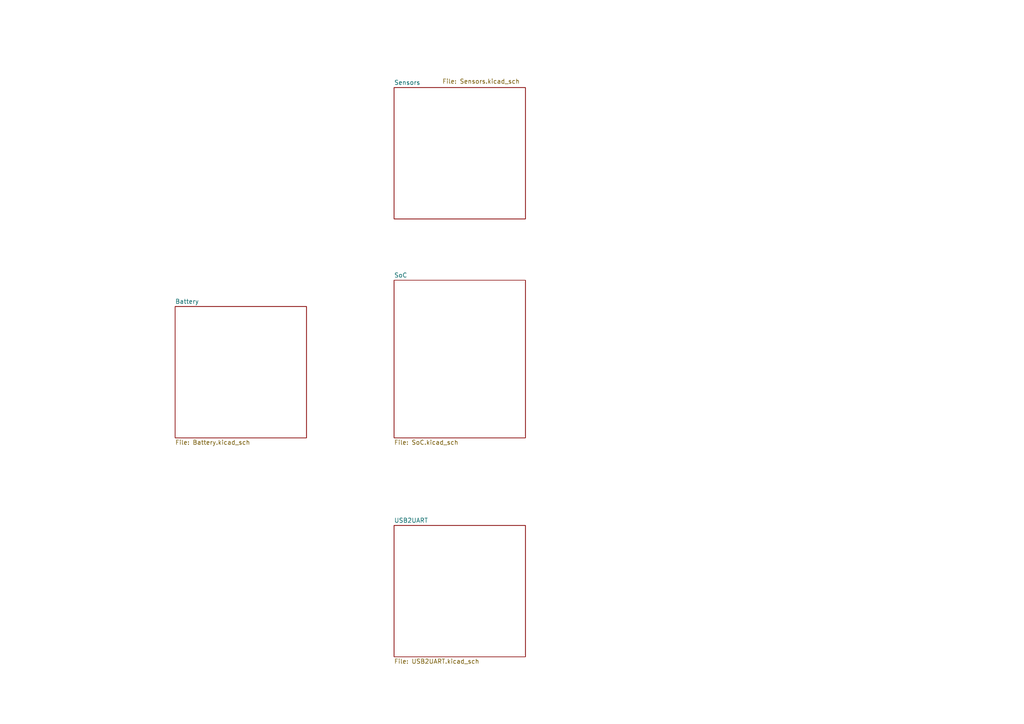
<source format=kicad_sch>
(kicad_sch (version 20230121) (generator eeschema)

  (uuid 32dbabf1-8039-41ca-b7c1-9d712586e1d2)

  (paper "A4")

  (lib_symbols
  )


  (sheet (at 114.3 152.4) (size 38.1 38.1) (fields_autoplaced)
    (stroke (width 0.1524) (type solid))
    (fill (color 0 0 0 0.0000))
    (uuid 65f283eb-a35d-4e66-a147-bf09c507a7de)
    (property "Sheetname" "USB2UART" (at 114.3 151.6884 0)
      (effects (font (size 1.27 1.27)) (justify left bottom))
    )
    (property "Sheetfile" "USB2UART.kicad_sch" (at 114.3 191.0846 0)
      (effects (font (size 1.27 1.27)) (justify left top))
    )
    (instances
      (project "OpenAXES"
        (path "/32dbabf1-8039-41ca-b7c1-9d712586e1d2" (page "4"))
      )
    )
  )

  (sheet (at 114.3 25.4) (size 38.1 38.1)
    (stroke (width 0.1524) (type solid))
    (fill (color 0 0 0 0.0000))
    (uuid 7f99dc96-5154-43c8-92fd-e194d502ae4f)
    (property "Sheetname" "Sensors" (at 114.3 24.6884 0)
      (effects (font (size 1.27 1.27)) (justify left bottom))
    )
    (property "Sheetfile" "Sensors.kicad_sch" (at 128.27 22.86 0)
      (effects (font (size 1.27 1.27)) (justify left top))
    )
    (instances
      (project "OpenAXES"
        (path "/32dbabf1-8039-41ca-b7c1-9d712586e1d2" (page "3"))
      )
    )
  )

  (sheet (at 114.3 81.28) (size 38.1 45.72) (fields_autoplaced)
    (stroke (width 0.1524) (type solid))
    (fill (color 0 0 0 0.0000))
    (uuid 9509833e-ec86-4287-bd92-a136f93d56e5)
    (property "Sheetname" "SoC" (at 114.3 80.5684 0)
      (effects (font (size 1.27 1.27)) (justify left bottom))
    )
    (property "Sheetfile" "SoC.kicad_sch" (at 114.3 127.5846 0)
      (effects (font (size 1.27 1.27)) (justify left top))
    )
    (instances
      (project "OpenAXES"
        (path "/32dbabf1-8039-41ca-b7c1-9d712586e1d2" (page "2"))
      )
    )
  )

  (sheet (at 50.8 88.9) (size 38.1 38.1) (fields_autoplaced)
    (stroke (width 0.1524) (type solid))
    (fill (color 0 0 0 0.0000))
    (uuid af0238f1-b862-4f9e-ba45-1f7cf1e53731)
    (property "Sheetname" "Battery" (at 50.8 88.1884 0)
      (effects (font (size 1.27 1.27)) (justify left bottom))
    )
    (property "Sheetfile" "Battery.kicad_sch" (at 50.8 127.5846 0)
      (effects (font (size 1.27 1.27)) (justify left top))
    )
    (instances
      (project "OpenAXES"
        (path "/32dbabf1-8039-41ca-b7c1-9d712586e1d2" (page "1"))
      )
    )
  )

  (sheet_instances
    (path "/" (page "0"))
  )
)

</source>
